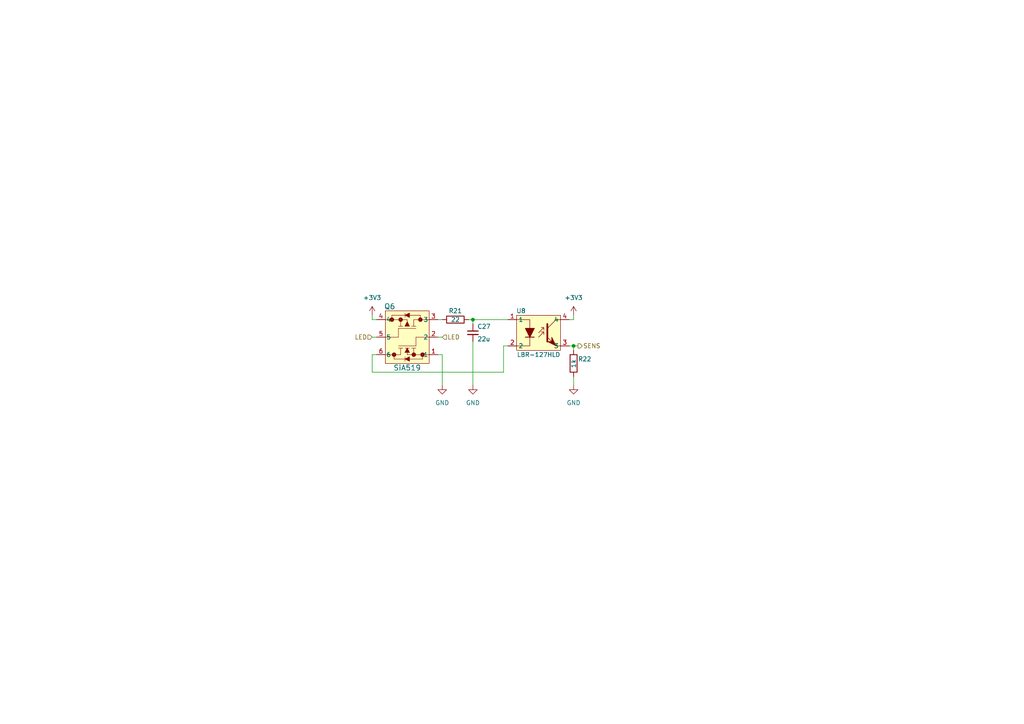
<source format=kicad_sch>
(kicad_sch (version 20230121) (generator eeschema)

  (uuid cda5a47a-b95e-418d-a1ff-509bc85eb62f)

  (paper "A4")

  (lib_symbols
    (symbol "Device:C_Small" (pin_numbers hide) (pin_names (offset 0.254) hide) (in_bom yes) (on_board yes)
      (property "Reference" "C" (at 0.254 1.778 0)
        (effects (font (size 1.27 1.27)) (justify left))
      )
      (property "Value" "C_Small" (at 0.254 -2.032 0)
        (effects (font (size 1.27 1.27)) (justify left))
      )
      (property "Footprint" "" (at 0 0 0)
        (effects (font (size 1.27 1.27)) hide)
      )
      (property "Datasheet" "~" (at 0 0 0)
        (effects (font (size 1.27 1.27)) hide)
      )
      (property "ki_keywords" "capacitor cap" (at 0 0 0)
        (effects (font (size 1.27 1.27)) hide)
      )
      (property "ki_description" "Unpolarized capacitor, small symbol" (at 0 0 0)
        (effects (font (size 1.27 1.27)) hide)
      )
      (property "ki_fp_filters" "C_*" (at 0 0 0)
        (effects (font (size 1.27 1.27)) hide)
      )
      (symbol "C_Small_0_1"
        (polyline
          (pts
            (xy -1.524 -0.508)
            (xy 1.524 -0.508)
          )
          (stroke (width 0.3302) (type default))
          (fill (type none))
        )
        (polyline
          (pts
            (xy -1.524 0.508)
            (xy 1.524 0.508)
          )
          (stroke (width 0.3048) (type default))
          (fill (type none))
        )
      )
      (symbol "C_Small_1_1"
        (pin passive line (at 0 2.54 270) (length 2.032)
          (name "~" (effects (font (size 1.27 1.27))))
          (number "1" (effects (font (size 1.27 1.27))))
        )
        (pin passive line (at 0 -2.54 90) (length 2.032)
          (name "~" (effects (font (size 1.27 1.27))))
          (number "2" (effects (font (size 1.27 1.27))))
        )
      )
    )
    (symbol "Device:R" (pin_numbers hide) (pin_names (offset 0)) (in_bom yes) (on_board yes)
      (property "Reference" "R" (at 2.032 0 90)
        (effects (font (size 1.27 1.27)))
      )
      (property "Value" "R" (at 0 0 90)
        (effects (font (size 1.27 1.27)))
      )
      (property "Footprint" "" (at -1.778 0 90)
        (effects (font (size 1.27 1.27)) hide)
      )
      (property "Datasheet" "~" (at 0 0 0)
        (effects (font (size 1.27 1.27)) hide)
      )
      (property "ki_keywords" "R res resistor" (at 0 0 0)
        (effects (font (size 1.27 1.27)) hide)
      )
      (property "ki_description" "Resistor" (at 0 0 0)
        (effects (font (size 1.27 1.27)) hide)
      )
      (property "ki_fp_filters" "R_*" (at 0 0 0)
        (effects (font (size 1.27 1.27)) hide)
      )
      (symbol "R_0_1"
        (rectangle (start -1.016 -2.54) (end 1.016 2.54)
          (stroke (width 0.254) (type default))
          (fill (type none))
        )
      )
      (symbol "R_1_1"
        (pin passive line (at 0 3.81 270) (length 1.27)
          (name "~" (effects (font (size 1.27 1.27))))
          (number "1" (effects (font (size 1.27 1.27))))
        )
        (pin passive line (at 0 -3.81 90) (length 1.27)
          (name "~" (effects (font (size 1.27 1.27))))
          (number "2" (effects (font (size 1.27 1.27))))
        )
      )
    )
    (symbol "New_Library:LBR-127HLD" (in_bom yes) (on_board yes)
      (property "Reference" "U" (at 0 6.35 0)
        (effects (font (size 1.27 1.27)))
      )
      (property "Value" "" (at -0.635 1.905 0)
        (effects (font (size 1.27 1.27)))
      )
      (property "Footprint" "" (at -0.635 1.905 0)
        (effects (font (size 1.27 1.27)) hide)
      )
      (property "Datasheet" "" (at -0.635 1.905 0)
        (effects (font (size 1.27 1.27)) hide)
      )
      (symbol "LBR-127HLD_0_1"
        (polyline
          (pts
            (xy -1.27 -1.27)
            (xy -3.81 -1.27)
          )
          (stroke (width 0.254) (type default))
          (fill (type none))
        )
        (polyline
          (pts
            (xy -2.54 1.27)
            (xy -2.54 3.81)
            (xy -6.35 3.81)
          )
          (stroke (width 0) (type default))
          (fill (type none))
        )
        (polyline
          (pts
            (xy -2.54 -1.27)
            (xy -2.54 -3.81)
            (xy -5.08 -3.81)
            (xy -6.35 -3.81)
          )
          (stroke (width 0) (type default))
          (fill (type none))
        )
        (polyline
          (pts
            (xy 0 -1.27)
            (xy 1.524 0.254)
            (xy 0.762 0.254)
            (xy 1.524 0.254)
            (xy 1.524 -0.508)
          )
          (stroke (width 0) (type default))
          (fill (type none))
        )
        (polyline
          (pts
            (xy 0 0)
            (xy 1.524 1.524)
            (xy 0.762 1.524)
            (xy 1.524 1.524)
            (xy 1.524 0.762)
          )
          (stroke (width 0) (type default))
          (fill (type none))
        )
      )
      (symbol "LBR-127HLD_1_1"
        (rectangle (start -6.35 5.08) (end 6.35 -5.08)
          (stroke (width 0) (type default))
          (fill (type background))
        )
        (polyline
          (pts
            (xy 2.54 2.54)
            (xy 2.54 -2.54)
          )
          (stroke (width 0.5) (type default))
          (fill (type none))
        )
        (polyline
          (pts
            (xy 5.08 -3.81)
            (xy 2.54 -1.27)
          )
          (stroke (width 0) (type default))
          (fill (type none))
        )
        (polyline
          (pts
            (xy 5.08 3.81)
            (xy 2.54 1.27)
          )
          (stroke (width 0) (type default))
          (fill (type none))
        )
        (polyline
          (pts
            (xy 6.35 -3.81)
            (xy 5.08 -3.81)
          )
          (stroke (width 0) (type default))
          (fill (type none))
        )
        (polyline
          (pts
            (xy 6.35 3.81)
            (xy 5.08 3.81)
            (xy 6.35 3.81)
          )
          (stroke (width 0) (type default))
          (fill (type none))
        )
        (polyline
          (pts
            (xy -1.27 1.27)
            (xy -3.81 1.27)
            (xy -2.54 -1.27)
            (xy -1.27 1.27)
          )
          (stroke (width 0.254) (type default))
          (fill (type outline))
        )
        (polyline
          (pts
            (xy 5.08 -3.81)
            (xy 3.81 -1.27)
            (xy 3.81 -2.54)
            (xy 2.54 -2.54)
            (xy 5.08 -3.81)
          )
          (stroke (width 0) (type default))
          (fill (type outline))
        )
        (pin input line (at -8.89 3.81 0) (length 2.54)
          (name "1" (effects (font (size 1.27 1.27))))
          (number "1" (effects (font (size 1.27 1.27))))
        )
        (pin input line (at -8.89 -3.81 0) (length 2.54)
          (name "2" (effects (font (size 1.27 1.27))))
          (number "2" (effects (font (size 1.27 1.27))))
        )
        (pin input line (at 8.89 -3.81 180) (length 2.54)
          (name "3" (effects (font (size 1.27 1.27))))
          (number "3" (effects (font (size 1.27 1.27))))
        )
        (pin input line (at 8.89 3.81 180) (length 2.54)
          (name "4" (effects (font (size 1.27 1.27))))
          (number "4" (effects (font (size 1.27 1.27))))
        )
      )
    )
    (symbol "SiA519:SiA519EDJ" (pin_names (offset 0.254)) (in_bom yes) (on_board yes)
      (property "Reference" "Q" (at -6.35 8.89 0)
        (effects (font (size 1.524 1.524)))
      )
      (property "Value" "SiA519" (at 0 -8.89 0)
        (effects (font (size 1.524 1.524)))
      )
      (property "Footprint" "Package_TO_SOT_SMD:Vishay_PowerPAK_SC70-6L_Dual" (at 8.89 10.16 0)
        (effects (font (size 1.27 1.27) italic) hide)
      )
      (property "Datasheet" "SiA519EDJ" (at 6.35 12.7 0)
        (effects (font (size 1.27 1.27) italic) hide)
      )
      (property "ki_keywords" "SiA519EDJ" (at 0 0 0)
        (effects (font (size 1.27 1.27)) hide)
      )
      (property "ki_fp_filters" "DFN2020-6L_MCE DFN2020-6L_MCE-M DFN2020-6L_MCE-L" (at 0 0 0)
        (effects (font (size 1.27 1.27)) hide)
      )
      (symbol "SiA519EDJ_0_1"
        (circle (center -4.445 5.08) (radius 0.127)
          (stroke (width 0.508) (type default))
          (fill (type none))
        )
        (circle (center -3.81 -5.08) (radius 0.127)
          (stroke (width 0.508) (type default))
          (fill (type none))
        )
        (circle (center -1.905 5.08) (radius 0.127)
          (stroke (width 0.508) (type default))
          (fill (type none))
        )
        (polyline
          (pts
            (xy -6.35 0)
            (xy -2.54 0)
          )
          (stroke (width 0.127) (type default))
          (fill (type none))
        )
        (polyline
          (pts
            (xy -6.35 5.08)
            (xy 0 5.08)
          )
          (stroke (width 0.127) (type default))
          (fill (type none))
        )
        (polyline
          (pts
            (xy -4.445 5.08)
            (xy -4.445 6.35)
          )
          (stroke (width 0.127) (type default))
          (fill (type none))
        )
        (polyline
          (pts
            (xy -4.445 6.35)
            (xy 3.81 6.35)
          )
          (stroke (width 0.127) (type default))
          (fill (type none))
        )
        (polyline
          (pts
            (xy -3.81 -6.35)
            (xy -3.81 -5.08)
          )
          (stroke (width 0.127) (type default))
          (fill (type none))
        )
        (polyline
          (pts
            (xy -2.54 0)
            (xy -2.54 2.54)
          )
          (stroke (width 0.127) (type default))
          (fill (type none))
        )
        (polyline
          (pts
            (xy -2.54 2.54)
            (xy 2.54 2.54)
          )
          (stroke (width 0.127) (type default))
          (fill (type none))
        )
        (polyline
          (pts
            (xy -1.905 -5.08)
            (xy -6.35 -5.08)
          )
          (stroke (width 0.127) (type default))
          (fill (type none))
        )
        (polyline
          (pts
            (xy -1.905 -5.08)
            (xy -1.905 -3.175)
          )
          (stroke (width 0.127) (type default))
          (fill (type none))
        )
        (polyline
          (pts
            (xy -1.905 5.08)
            (xy -1.905 3.175)
          )
          (stroke (width 0.127) (type default))
          (fill (type none))
        )
        (polyline
          (pts
            (xy -1.27 -3.175)
            (xy -2.54 -3.175)
          )
          (stroke (width 0.127) (type default))
          (fill (type none))
        )
        (polyline
          (pts
            (xy -1.27 3.175)
            (xy -2.54 3.175)
          )
          (stroke (width 0.127) (type default))
          (fill (type none))
        )
        (polyline
          (pts
            (xy -0.635 -5.715)
            (xy -0.635 -6.985)
          )
          (stroke (width 0.127) (type default))
          (fill (type none))
        )
        (polyline
          (pts
            (xy -0.635 -5.715)
            (xy 0.635 -6.35)
          )
          (stroke (width 0.127) (type default))
          (fill (type none))
        )
        (polyline
          (pts
            (xy -0.635 -3.175)
            (xy 0.635 -3.175)
          )
          (stroke (width 0.127) (type default))
          (fill (type none))
        )
        (polyline
          (pts
            (xy -0.635 3.175)
            (xy 0.635 3.175)
          )
          (stroke (width 0.127) (type default))
          (fill (type none))
        )
        (polyline
          (pts
            (xy -0.635 4.445)
            (xy 0.635 4.445)
          )
          (stroke (width 0.127) (type default))
          (fill (type none))
        )
        (polyline
          (pts
            (xy -0.635 6.985)
            (xy -0.635 5.715)
          )
          (stroke (width 0.127) (type default))
          (fill (type none))
        )
        (polyline
          (pts
            (xy -0.635 6.985)
            (xy 0.635 6.35)
          )
          (stroke (width 0.127) (type default))
          (fill (type none))
        )
        (polyline
          (pts
            (xy 0 -5.08)
            (xy 0 -3.175)
          )
          (stroke (width 0.127) (type default))
          (fill (type none))
        )
        (polyline
          (pts
            (xy 0 -4.445)
            (xy -0.635 -3.175)
          )
          (stroke (width 0.127) (type default))
          (fill (type none))
        )
        (polyline
          (pts
            (xy 0 -4.445)
            (xy 0.635 -3.175)
          )
          (stroke (width 0.127) (type default))
          (fill (type none))
        )
        (polyline
          (pts
            (xy 0 3.175)
            (xy -0.635 4.445)
          )
          (stroke (width 0.127) (type default))
          (fill (type none))
        )
        (polyline
          (pts
            (xy 0 3.175)
            (xy 0.635 4.445)
          )
          (stroke (width 0.127) (type default))
          (fill (type none))
        )
        (polyline
          (pts
            (xy 0 5.08)
            (xy 0 3.175)
          )
          (stroke (width 0.127) (type default))
          (fill (type none))
        )
        (polyline
          (pts
            (xy 0.635 -6.35)
            (xy -0.635 -6.985)
          )
          (stroke (width 0.127) (type default))
          (fill (type none))
        )
        (polyline
          (pts
            (xy 0.635 -5.715)
            (xy 0.635 -6.985)
          )
          (stroke (width 0.127) (type default))
          (fill (type none))
        )
        (polyline
          (pts
            (xy 0.635 -3.175)
            (xy -0.635 -3.175)
          )
          (stroke (width 0.127) (type default))
          (fill (type none))
        )
        (polyline
          (pts
            (xy 0.635 6.35)
            (xy -0.635 5.715)
          )
          (stroke (width 0.127) (type default))
          (fill (type none))
        )
        (polyline
          (pts
            (xy 0.635 6.985)
            (xy 0.635 5.715)
          )
          (stroke (width 0.127) (type default))
          (fill (type none))
        )
        (polyline
          (pts
            (xy 1.27 -3.175)
            (xy 2.54 -3.175)
          )
          (stroke (width 0.127) (type default))
          (fill (type none))
        )
        (polyline
          (pts
            (xy 1.27 3.175)
            (xy 2.54 3.175)
          )
          (stroke (width 0.127) (type default))
          (fill (type none))
        )
        (polyline
          (pts
            (xy 1.905 -5.08)
            (xy 1.905 -3.175)
          )
          (stroke (width 0.127) (type default))
          (fill (type none))
        )
        (polyline
          (pts
            (xy 1.905 5.08)
            (xy 1.905 3.175)
          )
          (stroke (width 0.127) (type default))
          (fill (type none))
        )
        (polyline
          (pts
            (xy 1.905 5.08)
            (xy 6.35 5.08)
          )
          (stroke (width 0.127) (type default))
          (fill (type none))
        )
        (polyline
          (pts
            (xy 2.54 -2.54)
            (xy -2.54 -2.54)
          )
          (stroke (width 0.127) (type default))
          (fill (type none))
        )
        (polyline
          (pts
            (xy 2.54 0)
            (xy 2.54 -2.54)
          )
          (stroke (width 0.127) (type default))
          (fill (type none))
        )
        (polyline
          (pts
            (xy 3.81 6.35)
            (xy 3.81 5.08)
          )
          (stroke (width 0.127) (type default))
          (fill (type none))
        )
        (polyline
          (pts
            (xy 4.445 -6.35)
            (xy -3.81 -6.35)
          )
          (stroke (width 0.127) (type default))
          (fill (type none))
        )
        (polyline
          (pts
            (xy 4.445 -5.08)
            (xy 4.445 -6.35)
          )
          (stroke (width 0.127) (type default))
          (fill (type none))
        )
        (polyline
          (pts
            (xy 6.35 -5.08)
            (xy 0 -5.08)
          )
          (stroke (width 0.127) (type default))
          (fill (type none))
        )
        (polyline
          (pts
            (xy 6.35 0)
            (xy 2.54 0)
          )
          (stroke (width 0.127) (type default))
          (fill (type none))
        )
        (polyline
          (pts
            (xy -0.635 -5.715)
            (xy -0.635 -6.985)
            (xy 0.635 -6.35)
          )
          (stroke (width 0) (type default))
          (fill (type outline))
        )
        (polyline
          (pts
            (xy -0.635 -3.175)
            (xy 0 -4.445)
            (xy 0.635 -3.175)
          )
          (stroke (width 0) (type default))
          (fill (type outline))
        )
        (polyline
          (pts
            (xy -0.635 4.445)
            (xy 0 3.175)
            (xy 0.635 4.445)
          )
          (stroke (width 0) (type default))
          (fill (type outline))
        )
        (polyline
          (pts
            (xy -0.635 6.985)
            (xy -0.635 5.715)
            (xy 0.635 6.35)
          )
          (stroke (width 0) (type default))
          (fill (type outline))
        )
        (circle (center 1.905 -5.08) (radius 0.127)
          (stroke (width 0.508) (type default))
          (fill (type none))
        )
        (circle (center 3.81 5.08) (radius 0.127)
          (stroke (width 0.508) (type default))
          (fill (type none))
        )
        (circle (center 4.445 -5.08) (radius 0.127)
          (stroke (width 0.508) (type default))
          (fill (type none))
        )
      )
      (symbol "SiA519EDJ_1_1"
        (rectangle (start -6.35 7.62) (end 6.35 -7.62)
          (stroke (width 0) (type default))
          (fill (type background))
        )
        (pin unspecified line (at -8.89 5.08 0) (length 2.54)
          (name "1" (effects (font (size 1.27 1.27))))
          (number "1" (effects (font (size 1.27 1.27))))
        )
        (pin unspecified line (at -8.89 0 0) (length 2.54)
          (name "2" (effects (font (size 1.27 1.27))))
          (number "2" (effects (font (size 1.27 1.27))))
        )
        (pin unspecified line (at -8.89 -5.08 0) (length 2.54)
          (name "3" (effects (font (size 1.27 1.27))))
          (number "3" (effects (font (size 1.27 1.27))))
        )
        (pin unspecified line (at 8.89 -5.08 180) (length 2.54)
          (name "4" (effects (font (size 1.27 1.27))))
          (number "4" (effects (font (size 1.27 1.27))))
        )
        (pin unspecified line (at 8.89 0 180) (length 2.54)
          (name "5" (effects (font (size 1.27 1.27))))
          (number "5" (effects (font (size 1.27 1.27))))
        )
        (pin unspecified line (at 8.89 5.08 180) (length 2.54)
          (name "6" (effects (font (size 1.27 1.27))))
          (number "6" (effects (font (size 1.27 1.27))))
        )
      )
    )
    (symbol "power:+3V3" (power) (pin_names (offset 0)) (in_bom yes) (on_board yes)
      (property "Reference" "#PWR" (at 0 -3.81 0)
        (effects (font (size 1.27 1.27)) hide)
      )
      (property "Value" "+3V3" (at 0 3.556 0)
        (effects (font (size 1.27 1.27)))
      )
      (property "Footprint" "" (at 0 0 0)
        (effects (font (size 1.27 1.27)) hide)
      )
      (property "Datasheet" "" (at 0 0 0)
        (effects (font (size 1.27 1.27)) hide)
      )
      (property "ki_keywords" "global power" (at 0 0 0)
        (effects (font (size 1.27 1.27)) hide)
      )
      (property "ki_description" "Power symbol creates a global label with name \"+3V3\"" (at 0 0 0)
        (effects (font (size 1.27 1.27)) hide)
      )
      (symbol "+3V3_0_1"
        (polyline
          (pts
            (xy -0.762 1.27)
            (xy 0 2.54)
          )
          (stroke (width 0) (type default))
          (fill (type none))
        )
        (polyline
          (pts
            (xy 0 0)
            (xy 0 2.54)
          )
          (stroke (width 0) (type default))
          (fill (type none))
        )
        (polyline
          (pts
            (xy 0 2.54)
            (xy 0.762 1.27)
          )
          (stroke (width 0) (type default))
          (fill (type none))
        )
      )
      (symbol "+3V3_1_1"
        (pin power_in line (at 0 0 90) (length 0) hide
          (name "+3V3" (effects (font (size 1.27 1.27))))
          (number "1" (effects (font (size 1.27 1.27))))
        )
      )
    )
    (symbol "power:GND" (power) (pin_names (offset 0)) (in_bom yes) (on_board yes)
      (property "Reference" "#PWR" (at 0 -6.35 0)
        (effects (font (size 1.27 1.27)) hide)
      )
      (property "Value" "GND" (at 0 -3.81 0)
        (effects (font (size 1.27 1.27)))
      )
      (property "Footprint" "" (at 0 0 0)
        (effects (font (size 1.27 1.27)) hide)
      )
      (property "Datasheet" "" (at 0 0 0)
        (effects (font (size 1.27 1.27)) hide)
      )
      (property "ki_keywords" "global power" (at 0 0 0)
        (effects (font (size 1.27 1.27)) hide)
      )
      (property "ki_description" "Power symbol creates a global label with name \"GND\" , ground" (at 0 0 0)
        (effects (font (size 1.27 1.27)) hide)
      )
      (symbol "GND_0_1"
        (polyline
          (pts
            (xy 0 0)
            (xy 0 -1.27)
            (xy 1.27 -1.27)
            (xy 0 -2.54)
            (xy -1.27 -1.27)
            (xy 0 -1.27)
          )
          (stroke (width 0) (type default))
          (fill (type none))
        )
      )
      (symbol "GND_1_1"
        (pin power_in line (at 0 0 270) (length 0) hide
          (name "GND" (effects (font (size 1.27 1.27))))
          (number "1" (effects (font (size 1.27 1.27))))
        )
      )
    )
  )

  (junction (at 137.16 92.71) (diameter 0) (color 0 0 0 0)
    (uuid 7362a332-aee3-4115-9b7e-c951bd89e1ad)
  )
  (junction (at 166.37 100.33) (diameter 0) (color 0 0 0 0)
    (uuid f2e50fa8-908f-4d24-897f-1980420ce483)
  )

  (wire (pts (xy 166.37 109.22) (xy 166.37 111.76))
    (stroke (width 0) (type default))
    (uuid 09da4daf-ef9f-48e8-8a6d-269b67a3c02f)
  )
  (wire (pts (xy 146.05 107.95) (xy 146.05 100.33))
    (stroke (width 0) (type default))
    (uuid 0a1189ba-3b71-4003-b632-0bd86b1c0e5f)
  )
  (wire (pts (xy 137.16 92.71) (xy 137.16 93.98))
    (stroke (width 0) (type default))
    (uuid 0eebb146-0271-4063-81ff-036e0915cb44)
  )
  (wire (pts (xy 128.27 102.87) (xy 127 102.87))
    (stroke (width 0) (type default))
    (uuid 1037768f-5afb-485d-bc21-ea71ac8f7149)
  )
  (wire (pts (xy 107.95 92.71) (xy 109.22 92.71))
    (stroke (width 0) (type default))
    (uuid 234752a2-8e34-429b-b62a-8f510a58924e)
  )
  (wire (pts (xy 107.95 91.44) (xy 107.95 92.71))
    (stroke (width 0) (type default))
    (uuid 3c96bea7-1600-49ea-8a24-7d484b9cdd02)
  )
  (wire (pts (xy 166.37 100.33) (xy 167.64 100.33))
    (stroke (width 0) (type default))
    (uuid 420a0846-89be-4825-8c76-d80ecffbed05)
  )
  (wire (pts (xy 146.05 100.33) (xy 147.32 100.33))
    (stroke (width 0) (type default))
    (uuid 48752837-901a-4ca7-ace7-7933b468d7ee)
  )
  (wire (pts (xy 166.37 100.33) (xy 166.37 101.6))
    (stroke (width 0) (type default))
    (uuid 50e03cc9-d781-4821-8173-1936c0a402ca)
  )
  (wire (pts (xy 165.1 100.33) (xy 166.37 100.33))
    (stroke (width 0) (type default))
    (uuid 589d77a2-ab1e-44b3-8655-c77eec61aa61)
  )
  (wire (pts (xy 137.16 92.71) (xy 147.32 92.71))
    (stroke (width 0) (type default))
    (uuid 656cb593-b8b2-4055-b239-20efb276338c)
  )
  (wire (pts (xy 137.16 111.76) (xy 137.16 99.06))
    (stroke (width 0) (type default))
    (uuid 69fd4ab4-21d5-4a1d-b130-80f6987a3e30)
  )
  (wire (pts (xy 127 92.71) (xy 128.27 92.71))
    (stroke (width 0) (type default))
    (uuid 6d739ea8-2b22-49fb-9e05-44d31394b6d2)
  )
  (wire (pts (xy 107.95 102.87) (xy 107.95 107.95))
    (stroke (width 0) (type default))
    (uuid 7c612915-1175-4684-8cd7-da3f4c198c1e)
  )
  (wire (pts (xy 166.37 91.44) (xy 166.37 92.71))
    (stroke (width 0) (type default))
    (uuid 82362381-ca37-4023-b717-ffadd5fb14ff)
  )
  (wire (pts (xy 107.95 107.95) (xy 146.05 107.95))
    (stroke (width 0) (type default))
    (uuid 8a27a68c-590d-4159-aa45-9d767b153449)
  )
  (wire (pts (xy 128.27 97.79) (xy 127 97.79))
    (stroke (width 0) (type default))
    (uuid caf6e1ca-349a-4b03-a1a3-06f2dc5a4e8d)
  )
  (wire (pts (xy 135.89 92.71) (xy 137.16 92.71))
    (stroke (width 0) (type default))
    (uuid ce5d5376-7e46-42b2-ac98-661a61fc7bd6)
  )
  (wire (pts (xy 107.95 97.79) (xy 109.22 97.79))
    (stroke (width 0) (type default))
    (uuid eb1eebf3-d9e3-4fed-9316-20272d2565a8)
  )
  (wire (pts (xy 109.22 102.87) (xy 107.95 102.87))
    (stroke (width 0) (type default))
    (uuid f22a58b4-09cd-40b5-8a4e-465e81ad5bd2)
  )
  (wire (pts (xy 166.37 92.71) (xy 165.1 92.71))
    (stroke (width 0) (type default))
    (uuid f58f08bc-fbe0-4e26-8f02-f289d00bd831)
  )
  (wire (pts (xy 128.27 111.76) (xy 128.27 102.87))
    (stroke (width 0) (type default))
    (uuid f78a73c4-4aee-4c58-96ca-2b3059a63832)
  )

  (hierarchical_label "LED" (shape input) (at 107.95 97.79 180) (fields_autoplaced)
    (effects (font (size 1.27 1.27)) (justify right))
    (uuid 6f4b8b9e-a220-4ef9-b287-3dca6a7df50d)
  )
  (hierarchical_label "SENS" (shape output) (at 167.64 100.33 0) (fields_autoplaced)
    (effects (font (size 1.27 1.27)) (justify left))
    (uuid 86162908-841d-460c-8690-d7653c48ca02)
  )
  (hierarchical_label "LED" (shape input) (at 128.27 97.79 0) (fields_autoplaced)
    (effects (font (size 1.27 1.27)) (justify left))
    (uuid 94368407-29c9-4c82-ba79-b8f268f2aefa)
  )

  (symbol (lib_id "Device:R") (at 166.37 105.41 0) (unit 1)
    (in_bom yes) (on_board yes) (dnp no)
    (uuid 0640677a-5d8e-47f7-9d67-18c25371603b)
    (property "Reference" "R22" (at 167.64 104.14 0)
      (effects (font (size 1.27 1.27)) (justify left))
    )
    (property "Value" "１ｋ" (at 166.37 105.41 90)
      (effects (font (size 1.27 1.27)))
    )
    (property "Footprint" "Resistor_SMD:R_0402_1005Metric" (at 164.592 105.41 90)
      (effects (font (size 1.27 1.27)) hide)
    )
    (property "Datasheet" "~" (at 166.37 105.41 0)
      (effects (font (size 1.27 1.27)) hide)
    )
    (pin "1" (uuid ec7d09cf-12a0-41b5-be35-fe4abb0e2b09))
    (pin "2" (uuid 2c54e415-2e36-49a1-9bae-5e3218c7420a))
    (instances
      (project "micromouse_01_cp2"
        (path "/619a00a9-cfa2-4255-85f4-bd5efe9f55d3/d924c110-d411-42e8-bf64-5ff34a3957e3/627fa30e-4c75-467d-8a11-fb456d2231a6"
          (reference "R22") (unit 1)
        )
        (path "/619a00a9-cfa2-4255-85f4-bd5efe9f55d3/d924c110-d411-42e8-bf64-5ff34a3957e3/a5cfc9e4-2fb5-4ee2-840f-6d7f10727bde"
          (reference "R24") (unit 1)
        )
        (path "/619a00a9-cfa2-4255-85f4-bd5efe9f55d3/d924c110-d411-42e8-bf64-5ff34a3957e3/b0d92089-ab2d-4e8e-8db9-4c15d2a8989d"
          (reference "R26") (unit 1)
        )
        (path "/619a00a9-cfa2-4255-85f4-bd5efe9f55d3/d924c110-d411-42e8-bf64-5ff34a3957e3/7e5f9c12-23d9-4717-a56b-443dd5a64a90"
          (reference "R28") (unit 1)
        )
      )
    )
  )

  (symbol (lib_id "Device:C_Small") (at 137.16 96.52 0) (unit 1)
    (in_bom yes) (on_board yes) (dnp no)
    (uuid 1a512bda-7b40-4164-b6c7-8108abe9737c)
    (property "Reference" "C27" (at 138.43 93.98 0)
      (effects (font (size 1.27 1.27)) (justify left top))
    )
    (property "Value" "22u" (at 138.43 99.06 0)
      (effects (font (size 1.27 1.27)) (justify left bottom))
    )
    (property "Footprint" "Capacitor_SMD:C_0603_1608Metric" (at 137.16 96.52 0)
      (effects (font (size 1.27 1.27)) hide)
    )
    (property "Datasheet" "~" (at 137.16 96.52 0)
      (effects (font (size 1.27 1.27)) hide)
    )
    (pin "1" (uuid c03ad261-65de-491e-aba2-fb0d66f2db02))
    (pin "2" (uuid 3ff146c2-bbb7-4516-92b8-1f464fc4c886))
    (instances
      (project "micromouse_01_cp2"
        (path "/619a00a9-cfa2-4255-85f4-bd5efe9f55d3/d924c110-d411-42e8-bf64-5ff34a3957e3/627fa30e-4c75-467d-8a11-fb456d2231a6"
          (reference "C27") (unit 1)
        )
        (path "/619a00a9-cfa2-4255-85f4-bd5efe9f55d3/d924c110-d411-42e8-bf64-5ff34a3957e3/a5cfc9e4-2fb5-4ee2-840f-6d7f10727bde"
          (reference "C28") (unit 1)
        )
        (path "/619a00a9-cfa2-4255-85f4-bd5efe9f55d3/d924c110-d411-42e8-bf64-5ff34a3957e3/b0d92089-ab2d-4e8e-8db9-4c15d2a8989d"
          (reference "C29") (unit 1)
        )
        (path "/619a00a9-cfa2-4255-85f4-bd5efe9f55d3/d924c110-d411-42e8-bf64-5ff34a3957e3/7e5f9c12-23d9-4717-a56b-443dd5a64a90"
          (reference "C30") (unit 1)
        )
      )
    )
  )

  (symbol (lib_id "power:GND") (at 137.16 111.76 0) (unit 1)
    (in_bom yes) (on_board yes) (dnp no) (fields_autoplaced)
    (uuid 20db2bdc-160a-4c0a-88fc-682160fdfce2)
    (property "Reference" "#PWR059" (at 137.16 118.11 0)
      (effects (font (size 1.27 1.27)) hide)
    )
    (property "Value" "GND" (at 137.16 116.84 0)
      (effects (font (size 1.27 1.27)))
    )
    (property "Footprint" "" (at 137.16 111.76 0)
      (effects (font (size 1.27 1.27)) hide)
    )
    (property "Datasheet" "" (at 137.16 111.76 0)
      (effects (font (size 1.27 1.27)) hide)
    )
    (pin "1" (uuid 53056e82-ab63-43b6-979c-619cfbd5afe7))
    (instances
      (project "micromouse_01_cp2"
        (path "/619a00a9-cfa2-4255-85f4-bd5efe9f55d3/d924c110-d411-42e8-bf64-5ff34a3957e3/627fa30e-4c75-467d-8a11-fb456d2231a6"
          (reference "#PWR059") (unit 1)
        )
        (path "/619a00a9-cfa2-4255-85f4-bd5efe9f55d3/d924c110-d411-42e8-bf64-5ff34a3957e3/a5cfc9e4-2fb5-4ee2-840f-6d7f10727bde"
          (reference "#PWR064") (unit 1)
        )
        (path "/619a00a9-cfa2-4255-85f4-bd5efe9f55d3/d924c110-d411-42e8-bf64-5ff34a3957e3/b0d92089-ab2d-4e8e-8db9-4c15d2a8989d"
          (reference "#PWR069") (unit 1)
        )
        (path "/619a00a9-cfa2-4255-85f4-bd5efe9f55d3/d924c110-d411-42e8-bf64-5ff34a3957e3/7e5f9c12-23d9-4717-a56b-443dd5a64a90"
          (reference "#PWR074") (unit 1)
        )
      )
    )
  )

  (symbol (lib_id "power:+3V3") (at 166.37 91.44 0) (unit 1)
    (in_bom yes) (on_board yes) (dnp no) (fields_autoplaced)
    (uuid 388f742a-e981-4fa5-8669-fa4097894fe8)
    (property "Reference" "#PWR060" (at 166.37 95.25 0)
      (effects (font (size 1.27 1.27)) hide)
    )
    (property "Value" "+3V3" (at 166.37 86.36 0)
      (effects (font (size 1.27 1.27)))
    )
    (property "Footprint" "" (at 166.37 91.44 0)
      (effects (font (size 1.27 1.27)) hide)
    )
    (property "Datasheet" "" (at 166.37 91.44 0)
      (effects (font (size 1.27 1.27)) hide)
    )
    (pin "1" (uuid 233cfb90-b856-4572-8637-3f033dd9d75b))
    (instances
      (project "micromouse_01_cp2"
        (path "/619a00a9-cfa2-4255-85f4-bd5efe9f55d3/d924c110-d411-42e8-bf64-5ff34a3957e3/627fa30e-4c75-467d-8a11-fb456d2231a6"
          (reference "#PWR060") (unit 1)
        )
        (path "/619a00a9-cfa2-4255-85f4-bd5efe9f55d3/d924c110-d411-42e8-bf64-5ff34a3957e3/a5cfc9e4-2fb5-4ee2-840f-6d7f10727bde"
          (reference "#PWR065") (unit 1)
        )
        (path "/619a00a9-cfa2-4255-85f4-bd5efe9f55d3/d924c110-d411-42e8-bf64-5ff34a3957e3/b0d92089-ab2d-4e8e-8db9-4c15d2a8989d"
          (reference "#PWR070") (unit 1)
        )
        (path "/619a00a9-cfa2-4255-85f4-bd5efe9f55d3/d924c110-d411-42e8-bf64-5ff34a3957e3/7e5f9c12-23d9-4717-a56b-443dd5a64a90"
          (reference "#PWR075") (unit 1)
        )
      )
    )
  )

  (symbol (lib_id "New_Library:LBR-127HLD") (at 156.21 96.52 0) (unit 1)
    (in_bom yes) (on_board yes) (dnp no)
    (uuid 5d0b19c4-d55d-40a3-9c5a-3bf97b3c6518)
    (property "Reference" "U8" (at 151.13 90.17 0)
      (effects (font (size 1.27 1.27)))
    )
    (property "Value" "LBR-127HLD" (at 156.21 102.87 0)
      (effects (font (size 1.27 1.27)))
    )
    (property "Footprint" "footprints:LBR-127HLD" (at 155.575 97.155 0)
      (effects (font (size 1.27 1.27)) hide)
    )
    (property "Datasheet" "" (at 155.575 97.155 0)
      (effects (font (size 1.27 1.27)) hide)
    )
    (pin "1" (uuid 11e49c52-261a-4fa4-a0b8-de1f7e4dc5a2))
    (pin "2" (uuid 0025e8fd-ab15-4ee0-a02d-aae94ae46804))
    (pin "3" (uuid ab7b3c6d-bad4-4a1a-ac83-f5f4e5ea1492))
    (pin "4" (uuid 2048777f-8cdb-4851-80be-0d029f6a6752))
    (instances
      (project "micromouse_01_cp2"
        (path "/619a00a9-cfa2-4255-85f4-bd5efe9f55d3/d924c110-d411-42e8-bf64-5ff34a3957e3/627fa30e-4c75-467d-8a11-fb456d2231a6"
          (reference "U8") (unit 1)
        )
        (path "/619a00a9-cfa2-4255-85f4-bd5efe9f55d3/d924c110-d411-42e8-bf64-5ff34a3957e3/a5cfc9e4-2fb5-4ee2-840f-6d7f10727bde"
          (reference "U9") (unit 1)
        )
        (path "/619a00a9-cfa2-4255-85f4-bd5efe9f55d3/d924c110-d411-42e8-bf64-5ff34a3957e3/b0d92089-ab2d-4e8e-8db9-4c15d2a8989d"
          (reference "U10") (unit 1)
        )
        (path "/619a00a9-cfa2-4255-85f4-bd5efe9f55d3/d924c110-d411-42e8-bf64-5ff34a3957e3/7e5f9c12-23d9-4717-a56b-443dd5a64a90"
          (reference "U11") (unit 1)
        )
      )
    )
  )

  (symbol (lib_id "Device:R") (at 132.08 92.71 90) (unit 1)
    (in_bom yes) (on_board yes) (dnp no)
    (uuid 8605c460-3aff-4768-9b74-1c1429fd7267)
    (property "Reference" "R21" (at 132.08 90.17 90)
      (effects (font (size 1.27 1.27)))
    )
    (property "Value" "22" (at 132.08 92.71 90)
      (effects (font (size 1.27 1.27)))
    )
    (property "Footprint" "Resistor_SMD:R_0402_1005Metric" (at 132.08 94.488 90)
      (effects (font (size 1.27 1.27)) hide)
    )
    (property "Datasheet" "~" (at 132.08 92.71 0)
      (effects (font (size 1.27 1.27)) hide)
    )
    (pin "1" (uuid 64b4280f-5e30-467b-a82f-0f22dddeb0ac))
    (pin "2" (uuid 03981510-1081-4c06-bfb0-1589f76be438))
    (instances
      (project "micromouse_01_cp2"
        (path "/619a00a9-cfa2-4255-85f4-bd5efe9f55d3/d924c110-d411-42e8-bf64-5ff34a3957e3/627fa30e-4c75-467d-8a11-fb456d2231a6"
          (reference "R21") (unit 1)
        )
        (path "/619a00a9-cfa2-4255-85f4-bd5efe9f55d3/d924c110-d411-42e8-bf64-5ff34a3957e3/a5cfc9e4-2fb5-4ee2-840f-6d7f10727bde"
          (reference "R23") (unit 1)
        )
        (path "/619a00a9-cfa2-4255-85f4-bd5efe9f55d3/d924c110-d411-42e8-bf64-5ff34a3957e3/b0d92089-ab2d-4e8e-8db9-4c15d2a8989d"
          (reference "R25") (unit 1)
        )
        (path "/619a00a9-cfa2-4255-85f4-bd5efe9f55d3/d924c110-d411-42e8-bf64-5ff34a3957e3/7e5f9c12-23d9-4717-a56b-443dd5a64a90"
          (reference "R27") (unit 1)
        )
      )
    )
  )

  (symbol (lib_id "power:GND") (at 166.37 111.76 0) (unit 1)
    (in_bom yes) (on_board yes) (dnp no) (fields_autoplaced)
    (uuid 87efbf0a-e98b-4f82-8b7a-1f990ec6ec88)
    (property "Reference" "#PWR061" (at 166.37 118.11 0)
      (effects (font (size 1.27 1.27)) hide)
    )
    (property "Value" "GND" (at 166.37 116.84 0)
      (effects (font (size 1.27 1.27)))
    )
    (property "Footprint" "" (at 166.37 111.76 0)
      (effects (font (size 1.27 1.27)) hide)
    )
    (property "Datasheet" "" (at 166.37 111.76 0)
      (effects (font (size 1.27 1.27)) hide)
    )
    (pin "1" (uuid d285c5ff-952c-416b-9343-a3325534ef90))
    (instances
      (project "micromouse_01_cp2"
        (path "/619a00a9-cfa2-4255-85f4-bd5efe9f55d3/d924c110-d411-42e8-bf64-5ff34a3957e3/627fa30e-4c75-467d-8a11-fb456d2231a6"
          (reference "#PWR061") (unit 1)
        )
        (path "/619a00a9-cfa2-4255-85f4-bd5efe9f55d3/d924c110-d411-42e8-bf64-5ff34a3957e3/a5cfc9e4-2fb5-4ee2-840f-6d7f10727bde"
          (reference "#PWR066") (unit 1)
        )
        (path "/619a00a9-cfa2-4255-85f4-bd5efe9f55d3/d924c110-d411-42e8-bf64-5ff34a3957e3/b0d92089-ab2d-4e8e-8db9-4c15d2a8989d"
          (reference "#PWR071") (unit 1)
        )
        (path "/619a00a9-cfa2-4255-85f4-bd5efe9f55d3/d924c110-d411-42e8-bf64-5ff34a3957e3/7e5f9c12-23d9-4717-a56b-443dd5a64a90"
          (reference "#PWR076") (unit 1)
        )
      )
    )
  )

  (symbol (lib_id "power:GND") (at 128.27 111.76 0) (unit 1)
    (in_bom yes) (on_board yes) (dnp no) (fields_autoplaced)
    (uuid ca1179fb-2194-4892-bacf-f2949dbe5aef)
    (property "Reference" "#PWR058" (at 128.27 118.11 0)
      (effects (font (size 1.27 1.27)) hide)
    )
    (property "Value" "GND" (at 128.27 116.84 0)
      (effects (font (size 1.27 1.27)))
    )
    (property "Footprint" "" (at 128.27 111.76 0)
      (effects (font (size 1.27 1.27)) hide)
    )
    (property "Datasheet" "" (at 128.27 111.76 0)
      (effects (font (size 1.27 1.27)) hide)
    )
    (pin "1" (uuid 0df63824-c246-479a-a08b-c14a5fb108f3))
    (instances
      (project "micromouse_01_cp2"
        (path "/619a00a9-cfa2-4255-85f4-bd5efe9f55d3/d924c110-d411-42e8-bf64-5ff34a3957e3/627fa30e-4c75-467d-8a11-fb456d2231a6"
          (reference "#PWR058") (unit 1)
        )
        (path "/619a00a9-cfa2-4255-85f4-bd5efe9f55d3/d924c110-d411-42e8-bf64-5ff34a3957e3/a5cfc9e4-2fb5-4ee2-840f-6d7f10727bde"
          (reference "#PWR063") (unit 1)
        )
        (path "/619a00a9-cfa2-4255-85f4-bd5efe9f55d3/d924c110-d411-42e8-bf64-5ff34a3957e3/b0d92089-ab2d-4e8e-8db9-4c15d2a8989d"
          (reference "#PWR068") (unit 1)
        )
        (path "/619a00a9-cfa2-4255-85f4-bd5efe9f55d3/d924c110-d411-42e8-bf64-5ff34a3957e3/7e5f9c12-23d9-4717-a56b-443dd5a64a90"
          (reference "#PWR073") (unit 1)
        )
      )
    )
  )

  (symbol (lib_id "power:+3V3") (at 107.95 91.44 0) (unit 1)
    (in_bom yes) (on_board yes) (dnp no) (fields_autoplaced)
    (uuid cd9d973c-015a-40ce-9a5a-66cf5f3b726c)
    (property "Reference" "#PWR057" (at 107.95 95.25 0)
      (effects (font (size 1.27 1.27)) hide)
    )
    (property "Value" "+3V3" (at 107.95 86.36 0)
      (effects (font (size 1.27 1.27)))
    )
    (property "Footprint" "" (at 107.95 91.44 0)
      (effects (font (size 1.27 1.27)) hide)
    )
    (property "Datasheet" "" (at 107.95 91.44 0)
      (effects (font (size 1.27 1.27)) hide)
    )
    (pin "1" (uuid 22eaf9cb-c1fb-4719-8291-9b41d2485e58))
    (instances
      (project "micromouse_01_cp2"
        (path "/619a00a9-cfa2-4255-85f4-bd5efe9f55d3/d924c110-d411-42e8-bf64-5ff34a3957e3/627fa30e-4c75-467d-8a11-fb456d2231a6"
          (reference "#PWR057") (unit 1)
        )
        (path "/619a00a9-cfa2-4255-85f4-bd5efe9f55d3/d924c110-d411-42e8-bf64-5ff34a3957e3/a5cfc9e4-2fb5-4ee2-840f-6d7f10727bde"
          (reference "#PWR062") (unit 1)
        )
        (path "/619a00a9-cfa2-4255-85f4-bd5efe9f55d3/d924c110-d411-42e8-bf64-5ff34a3957e3/b0d92089-ab2d-4e8e-8db9-4c15d2a8989d"
          (reference "#PWR067") (unit 1)
        )
        (path "/619a00a9-cfa2-4255-85f4-bd5efe9f55d3/d924c110-d411-42e8-bf64-5ff34a3957e3/7e5f9c12-23d9-4717-a56b-443dd5a64a90"
          (reference "#PWR072") (unit 1)
        )
      )
    )
  )

  (symbol (lib_id "SiA519:SiA519EDJ") (at 118.11 97.79 180) (unit 1)
    (in_bom yes) (on_board yes) (dnp no)
    (uuid dd966a51-fe50-4249-9f59-81b41812a4fd)
    (property "Reference" "Q6" (at 113.03 88.9 0)
      (effects (font (size 1.524 1.524)))
    )
    (property "Value" "SiA519" (at 118.11 106.68 0)
      (effects (font (size 1.524 1.524)))
    )
    (property "Footprint" "Package_TO_SOT_SMD:Vishay_PowerPAK_SC70-6L_Dual" (at 109.22 107.95 0)
      (effects (font (size 1.27 1.27) italic) hide)
    )
    (property "Datasheet" "SiA519EDJ" (at 111.76 110.49 0)
      (effects (font (size 1.27 1.27) italic) hide)
    )
    (pin "1" (uuid 6f8233ae-178e-4ee8-87be-432bc59a76fb))
    (pin "2" (uuid af8e5ca6-b302-4454-b77a-ce84bf85d9e7))
    (pin "3" (uuid 284cf0dd-6017-4d63-a4aa-4cb452a1f1cc))
    (pin "4" (uuid 96e5365a-f5f7-4b8a-8e0c-b0c1d8dc5c9f))
    (pin "5" (uuid f1be4a54-6511-40ab-8fb5-f994c813bdce))
    (pin "6" (uuid 91ffe893-c2e0-4d28-9e27-945da2f89fde))
    (instances
      (project "micromouse_01_cp2"
        (path "/619a00a9-cfa2-4255-85f4-bd5efe9f55d3/d924c110-d411-42e8-bf64-5ff34a3957e3/a5cfc9e4-2fb5-4ee2-840f-6d7f10727bde"
          (reference "Q6") (unit 1)
        )
        (path "/619a00a9-cfa2-4255-85f4-bd5efe9f55d3/d924c110-d411-42e8-bf64-5ff34a3957e3/b0d92089-ab2d-4e8e-8db9-4c15d2a8989d"
          (reference "Q7") (unit 1)
        )
        (path "/619a00a9-cfa2-4255-85f4-bd5efe9f55d3/d924c110-d411-42e8-bf64-5ff34a3957e3/7e5f9c12-23d9-4717-a56b-443dd5a64a90"
          (reference "Q8") (unit 1)
        )
        (path "/619a00a9-cfa2-4255-85f4-bd5efe9f55d3/d924c110-d411-42e8-bf64-5ff34a3957e3/627fa30e-4c75-467d-8a11-fb456d2231a6"
          (reference "Q5") (unit 1)
        )
      )
    )
  )
)

</source>
